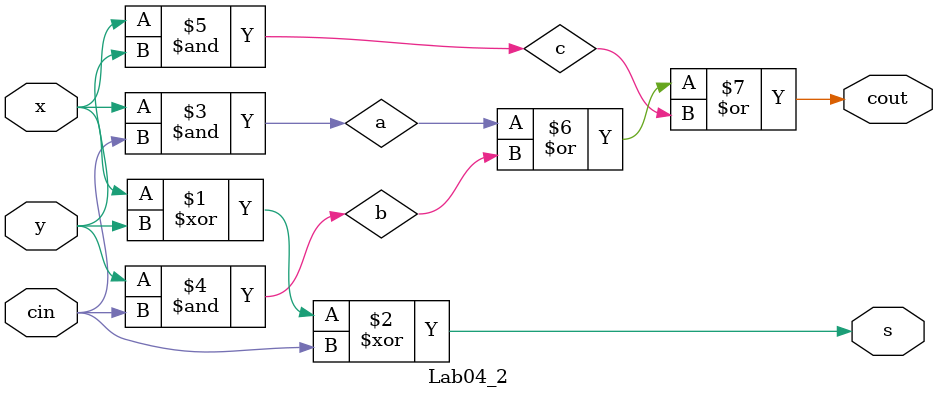
<source format=v>
`timescale 1ns / 1ps


module Lab04_2(cout,s,x,y,cin);
input x,y,cin;
output cout,s;

xor(s,x,y,cin);

and(a,x,cin);
and(b,y,cin);
and(c,x,y);

or(cout,a,b,c);

endmodule

</source>
